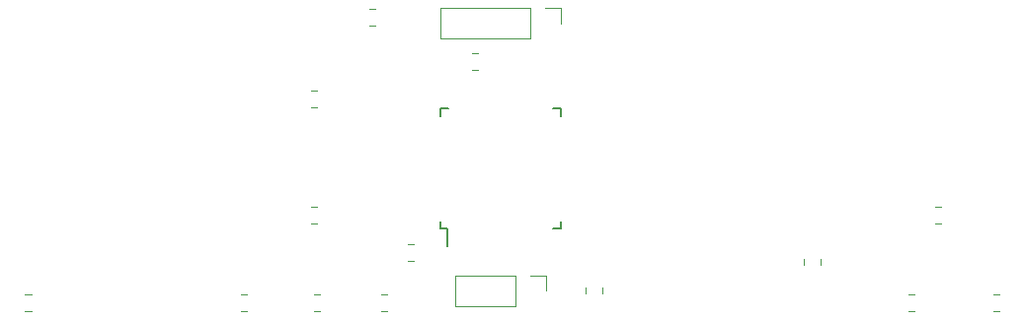
<source format=gbr>
G04 #@! TF.GenerationSoftware,KiCad,Pcbnew,(5.1.5-0-10_14)*
G04 #@! TF.CreationDate,2020-03-24T18:15:21-07:00*
G04 #@! TF.ProjectId,display_module,64697370-6c61-4795-9f6d-6f64756c652e,rev?*
G04 #@! TF.SameCoordinates,Original*
G04 #@! TF.FileFunction,Legend,Top*
G04 #@! TF.FilePolarity,Positive*
%FSLAX46Y46*%
G04 Gerber Fmt 4.6, Leading zero omitted, Abs format (unit mm)*
G04 Created by KiCad (PCBNEW (5.1.5-0-10_14)) date 2020-03-24 18:15:21*
%MOMM*%
%LPD*%
G04 APERTURE LIST*
%ADD10C,0.120000*%
%ADD11C,0.150000*%
G04 APERTURE END LIST*
D10*
X132541422Y-118210000D02*
X133058578Y-118210000D01*
X132541422Y-116790000D02*
X133058578Y-116790000D01*
X184008578Y-116790000D02*
X183491422Y-116790000D01*
X184008578Y-118210000D02*
X183491422Y-118210000D01*
X108258578Y-116790000D02*
X107741422Y-116790000D01*
X108258578Y-118210000D02*
X107741422Y-118210000D01*
X137241422Y-93710000D02*
X137758578Y-93710000D01*
X137241422Y-92290000D02*
X137758578Y-92290000D01*
X132241422Y-100710000D02*
X132758578Y-100710000D01*
X132241422Y-99290000D02*
X132758578Y-99290000D01*
X132241422Y-110710000D02*
X132758578Y-110710000D01*
X132241422Y-109290000D02*
X132758578Y-109290000D01*
X140541422Y-113910000D02*
X141058578Y-113910000D01*
X140541422Y-112490000D02*
X141058578Y-112490000D01*
X138241422Y-118210000D02*
X138758578Y-118210000D01*
X138241422Y-116790000D02*
X138758578Y-116790000D01*
X126241422Y-118210000D02*
X126758578Y-118210000D01*
X126241422Y-116790000D02*
X126758578Y-116790000D01*
X157210000Y-116758578D02*
X157210000Y-116241422D01*
X155790000Y-116758578D02*
X155790000Y-116241422D01*
X186258578Y-109290000D02*
X185741422Y-109290000D01*
X186258578Y-110710000D02*
X185741422Y-110710000D01*
X191258578Y-116790000D02*
X190741422Y-116790000D01*
X191258578Y-118210000D02*
X190741422Y-118210000D01*
X174540000Y-113741422D02*
X174540000Y-114258578D01*
X175960000Y-113741422D02*
X175960000Y-114258578D01*
X146041422Y-97510000D02*
X146558578Y-97510000D01*
X146041422Y-96090000D02*
X146558578Y-96090000D01*
X153640000Y-92170000D02*
X153640000Y-93500000D01*
X152310000Y-92170000D02*
X153640000Y-92170000D01*
X151040000Y-92170000D02*
X151040000Y-94830000D01*
X151040000Y-94830000D02*
X143360000Y-94830000D01*
X151040000Y-92170000D02*
X143360000Y-92170000D01*
X143360000Y-92170000D02*
X143360000Y-94830000D01*
X152370000Y-115170000D02*
X152370000Y-116500000D01*
X151040000Y-115170000D02*
X152370000Y-115170000D01*
X149770000Y-115170000D02*
X149770000Y-117830000D01*
X149770000Y-117830000D02*
X144630000Y-117830000D01*
X149770000Y-115170000D02*
X144630000Y-115170000D01*
X144630000Y-115170000D02*
X144630000Y-117830000D01*
D11*
X143325000Y-111175000D02*
X143925000Y-111175000D01*
X143325000Y-100825000D02*
X143995000Y-100825000D01*
X153675000Y-100825000D02*
X153005000Y-100825000D01*
X153675000Y-111175000D02*
X153005000Y-111175000D01*
X143325000Y-111175000D02*
X143325000Y-110505000D01*
X153675000Y-111175000D02*
X153675000Y-110505000D01*
X153675000Y-100825000D02*
X153675000Y-101495000D01*
X143325000Y-100825000D02*
X143325000Y-101495000D01*
X143925000Y-111175000D02*
X143925000Y-112650000D01*
M02*

</source>
